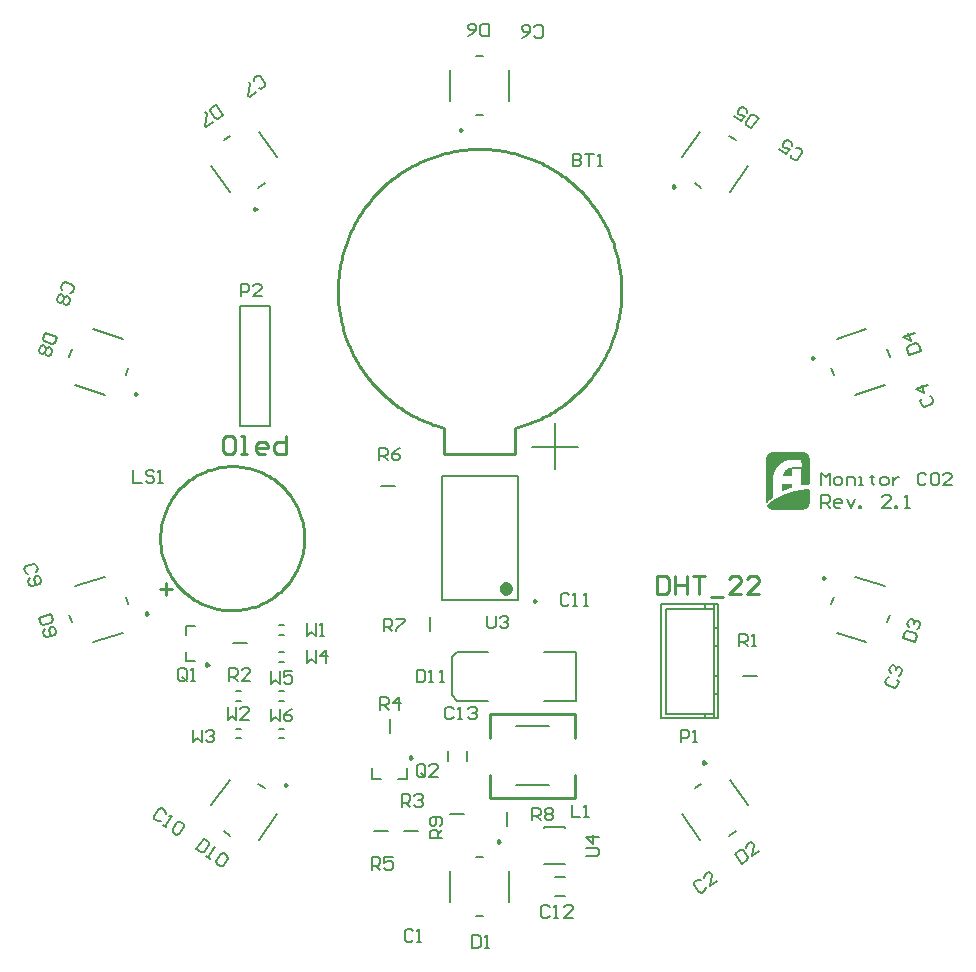
<source format=gto>
G04 Layer_Color=65535*
%FSLAX25Y25*%
%MOIN*%
G70*
G01*
G75*
%ADD31C,0.01000*%
%ADD47C,0.00984*%
%ADD48C,0.02362*%
%ADD49C,0.00394*%
%ADD50C,0.00787*%
%ADD51C,0.00800*%
%ADD52C,0.00790*%
%ADD53C,0.00700*%
G36*
X109595Y-1227D02*
X109768D01*
Y-1285D01*
X109884D01*
Y-1343D01*
X109942D01*
Y-1401D01*
Y-1459D01*
X110000D01*
Y-1517D01*
Y-1575D01*
Y-1633D01*
Y-1691D01*
Y-1749D01*
Y-1806D01*
Y-1864D01*
Y-1922D01*
Y-1980D01*
Y-2038D01*
Y-2096D01*
Y-2154D01*
Y-2212D01*
Y-2270D01*
Y-2328D01*
Y-2386D01*
Y-2444D01*
Y-2502D01*
Y-2560D01*
Y-2617D01*
Y-2675D01*
Y-2733D01*
Y-2791D01*
Y-2849D01*
Y-2907D01*
Y-2965D01*
Y-3023D01*
Y-3081D01*
Y-3139D01*
Y-3197D01*
Y-3255D01*
Y-3312D01*
Y-3370D01*
Y-3428D01*
Y-3486D01*
Y-3544D01*
Y-3602D01*
Y-3660D01*
Y-3718D01*
Y-3776D01*
Y-3834D01*
Y-3892D01*
Y-3950D01*
Y-4008D01*
Y-4066D01*
Y-4123D01*
Y-4181D01*
Y-4239D01*
Y-4297D01*
Y-4355D01*
Y-4413D01*
Y-4471D01*
Y-4529D01*
Y-4587D01*
Y-4645D01*
Y-4703D01*
Y-4761D01*
Y-4819D01*
Y-4876D01*
Y-4935D01*
Y-4992D01*
Y-5050D01*
Y-5108D01*
Y-5166D01*
Y-5224D01*
Y-5282D01*
Y-5340D01*
Y-5398D01*
Y-5456D01*
Y-5514D01*
Y-5572D01*
Y-5630D01*
Y-5688D01*
Y-5745D01*
Y-5803D01*
Y-5861D01*
Y-5919D01*
Y-5977D01*
Y-6035D01*
Y-6093D01*
X109942D01*
Y-6151D01*
Y-6209D01*
Y-6267D01*
Y-6325D01*
X109884D01*
Y-6383D01*
Y-6441D01*
X109826D01*
Y-6498D01*
Y-6556D01*
Y-6614D01*
X109768D01*
Y-6672D01*
Y-6730D01*
X109710D01*
Y-6788D01*
X109652D01*
Y-6846D01*
Y-6904D01*
X109595D01*
Y-6962D01*
X109537D01*
Y-7020D01*
Y-7078D01*
X109479D01*
Y-7136D01*
X109421D01*
Y-7194D01*
X109363D01*
Y-7252D01*
X109305D01*
Y-7310D01*
X109247D01*
Y-7367D01*
X109189D01*
Y-7425D01*
X109131D01*
Y-7483D01*
X109073D01*
Y-7541D01*
X108957D01*
Y-7599D01*
X108899D01*
Y-7657D01*
X108783D01*
Y-7715D01*
X108668D01*
Y-7773D01*
X108552D01*
Y-7831D01*
X108436D01*
Y-7889D01*
X108262D01*
Y-7947D01*
X107973D01*
Y-8005D01*
X97488D01*
Y-7947D01*
X97198D01*
Y-7889D01*
X97024D01*
Y-7831D01*
X96851D01*
Y-7773D01*
X96735D01*
Y-7715D01*
X96619D01*
Y-7657D01*
X96561D01*
Y-7599D01*
X96445D01*
Y-7541D01*
X96387D01*
Y-7483D01*
X96329D01*
Y-7425D01*
X96271D01*
Y-7367D01*
X96213D01*
Y-7310D01*
X96155D01*
Y-7252D01*
X96097D01*
Y-7194D01*
X96039D01*
Y-7136D01*
Y-7078D01*
X95982D01*
Y-7020D01*
X95924D01*
Y-6962D01*
Y-6904D01*
X95866D01*
Y-6846D01*
Y-6788D01*
X95808D01*
Y-6730D01*
Y-6672D01*
Y-6614D01*
Y-6556D01*
Y-6498D01*
X95866D01*
Y-6441D01*
Y-6383D01*
Y-6325D01*
X95924D01*
Y-6267D01*
X95982D01*
Y-6209D01*
X96039D01*
Y-6151D01*
X96097D01*
Y-6093D01*
X96155D01*
Y-6035D01*
X96213D01*
Y-5977D01*
X96271D01*
Y-5919D01*
X96387D01*
Y-5861D01*
X96445D01*
Y-5803D01*
X96503D01*
Y-5745D01*
X96561D01*
Y-5688D01*
X96619D01*
Y-5630D01*
X96735D01*
Y-5572D01*
X96793D01*
Y-5514D01*
X96851D01*
Y-5456D01*
X96966D01*
Y-5398D01*
X97024D01*
Y-5340D01*
X97082D01*
Y-5282D01*
X97198D01*
Y-5224D01*
X97256D01*
Y-5166D01*
X97314D01*
Y-5108D01*
X97430D01*
Y-5050D01*
X97488D01*
Y-4992D01*
X97604D01*
Y-4935D01*
X97662D01*
Y-4876D01*
X97777D01*
Y-4819D01*
X97835D01*
Y-4761D01*
X97951D01*
Y-4703D01*
X98067D01*
Y-4645D01*
X98125D01*
Y-4587D01*
X98241D01*
Y-4529D01*
X98299D01*
Y-4471D01*
X98415D01*
Y-4413D01*
X98530D01*
Y-4355D01*
X98588D01*
Y-4297D01*
X98704D01*
Y-4239D01*
X98820D01*
Y-4181D01*
X98936D01*
Y-4123D01*
X99052D01*
Y-4066D01*
X99110D01*
Y-4008D01*
X99225D01*
Y-3950D01*
X99341D01*
Y-3892D01*
X99457D01*
Y-3834D01*
X99573D01*
Y-3776D01*
X99689D01*
Y-3718D01*
X99805D01*
Y-3660D01*
X99921D01*
Y-3602D01*
X100037D01*
Y-3544D01*
X100152D01*
Y-3486D01*
X100268D01*
Y-3428D01*
X100384D01*
Y-3370D01*
X100500D01*
Y-3312D01*
X100616D01*
Y-3255D01*
X100790D01*
Y-3197D01*
X100905D01*
Y-3139D01*
X101021D01*
Y-3081D01*
X101195D01*
Y-3023D01*
X101311D01*
Y-2965D01*
X101427D01*
Y-2907D01*
X101601D01*
Y-2849D01*
X101716D01*
Y-2791D01*
X101890D01*
Y-2733D01*
X102006D01*
Y-2675D01*
X102180D01*
Y-2617D01*
X102354D01*
Y-2560D01*
X102527D01*
Y-2502D01*
X102643D01*
Y-2444D01*
X102817D01*
Y-2386D01*
X102991D01*
Y-2328D01*
X103165D01*
Y-2270D01*
X103338D01*
Y-2212D01*
X103570D01*
Y-2154D01*
X103744D01*
Y-2096D01*
X103918D01*
Y-2038D01*
X104149D01*
Y-1980D01*
X104381D01*
Y-1922D01*
X104555D01*
Y-1864D01*
X104787D01*
Y-1806D01*
X105018D01*
Y-1749D01*
X105308D01*
Y-1691D01*
X105540D01*
Y-1633D01*
X105829D01*
Y-1575D01*
X106119D01*
Y-1517D01*
X106466D01*
Y-1459D01*
X106814D01*
Y-1401D01*
X107220D01*
Y-1343D01*
X107625D01*
Y-1285D01*
X108204D01*
Y-1227D01*
X109073D01*
Y-1169D01*
X109595D01*
Y-1227D01*
D02*
G37*
G36*
X104034Y685D02*
Y627D01*
Y569D01*
Y511D01*
Y453D01*
Y395D01*
Y337D01*
Y279D01*
Y221D01*
Y163D01*
Y105D01*
Y47D01*
Y-11D01*
Y-69D01*
Y-126D01*
Y-184D01*
Y-242D01*
Y-300D01*
Y-358D01*
Y-416D01*
Y-474D01*
Y-532D01*
Y-590D01*
X103976D01*
Y-648D01*
X103802D01*
Y-706D01*
X103628D01*
Y-764D01*
X103454D01*
Y-822D01*
X103280D01*
Y-880D01*
X103107D01*
Y-938D01*
X102991D01*
Y-995D01*
X102817D01*
Y-1053D01*
X102701D01*
Y-1111D01*
X102527D01*
Y-1169D01*
X102411D01*
Y-1227D01*
X102296D01*
Y-1285D01*
X102122D01*
Y-1343D01*
X102006D01*
Y-1401D01*
X101890D01*
Y-1459D01*
X101774D01*
Y-1517D01*
X101601D01*
Y-1575D01*
X101485D01*
Y-1633D01*
X101369D01*
Y-1691D01*
X101253D01*
Y-1749D01*
X101137D01*
Y-1806D01*
X101021D01*
Y-1864D01*
X100905D01*
Y-1922D01*
X100847D01*
Y-1980D01*
X100790D01*
Y-1922D01*
Y-1864D01*
Y-1806D01*
Y-1749D01*
Y-1691D01*
Y-1633D01*
Y-1575D01*
Y-1517D01*
Y-1459D01*
Y-1401D01*
Y-1343D01*
Y-1285D01*
Y-1227D01*
Y-1169D01*
Y-1111D01*
Y-1053D01*
Y-995D01*
Y-938D01*
Y-880D01*
Y-822D01*
Y-764D01*
Y-706D01*
Y-648D01*
Y-590D01*
Y-532D01*
Y-474D01*
Y-416D01*
Y-358D01*
Y-300D01*
Y-242D01*
Y-184D01*
Y-126D01*
Y-69D01*
Y-11D01*
Y47D01*
Y105D01*
Y163D01*
Y221D01*
Y279D01*
Y337D01*
Y395D01*
Y453D01*
Y511D01*
Y569D01*
Y627D01*
Y685D01*
Y742D01*
X104034D01*
Y685D01*
D02*
G37*
G36*
X107915Y11169D02*
X108204D01*
Y11111D01*
X108378D01*
Y11054D01*
X108552D01*
Y10995D01*
X108668D01*
Y10938D01*
X108783D01*
Y10880D01*
X108899D01*
Y10822D01*
X108957D01*
Y10764D01*
X109073D01*
Y10706D01*
X109131D01*
Y10648D01*
X109189D01*
Y10590D01*
X109247D01*
Y10532D01*
X109305D01*
Y10474D01*
X109363D01*
Y10416D01*
X109421D01*
Y10358D01*
X109479D01*
Y10300D01*
X109537D01*
Y10243D01*
Y10185D01*
X109595D01*
Y10127D01*
X109652D01*
Y10069D01*
Y10011D01*
X109710D01*
Y9953D01*
X109768D01*
Y9895D01*
Y9837D01*
X109826D01*
Y9779D01*
Y9721D01*
Y9663D01*
X109884D01*
Y9605D01*
Y9547D01*
X109942D01*
Y9489D01*
Y9431D01*
Y9374D01*
Y9316D01*
X110000D01*
Y9258D01*
Y9200D01*
Y9142D01*
Y9084D01*
Y9026D01*
Y8968D01*
Y8910D01*
Y8852D01*
Y8794D01*
Y8736D01*
Y8678D01*
Y8620D01*
Y8563D01*
Y8505D01*
Y8447D01*
Y8389D01*
Y8331D01*
Y8273D01*
Y8215D01*
Y8157D01*
Y8099D01*
Y8041D01*
Y7983D01*
Y7925D01*
Y7868D01*
Y7809D01*
Y7752D01*
Y7694D01*
Y7636D01*
Y7578D01*
Y7520D01*
Y7462D01*
Y7404D01*
Y7346D01*
Y7288D01*
Y7230D01*
Y7172D01*
Y7114D01*
Y7057D01*
Y6999D01*
Y6941D01*
Y6883D01*
Y6825D01*
Y6767D01*
Y6709D01*
Y6651D01*
Y6593D01*
Y6535D01*
Y6477D01*
Y6419D01*
Y6361D01*
Y6303D01*
Y6245D01*
Y6188D01*
Y6130D01*
Y6072D01*
Y6014D01*
Y5956D01*
Y5898D01*
Y5840D01*
Y5782D01*
Y5724D01*
Y5666D01*
Y5608D01*
Y5550D01*
Y5492D01*
Y5435D01*
Y5377D01*
Y5319D01*
Y5261D01*
Y5203D01*
Y5145D01*
Y5087D01*
Y5029D01*
Y4971D01*
Y4913D01*
Y4855D01*
Y4797D01*
Y4739D01*
Y4682D01*
Y4623D01*
Y4566D01*
Y4508D01*
Y4450D01*
Y4392D01*
Y4334D01*
Y4276D01*
Y4218D01*
Y4160D01*
Y4102D01*
Y4044D01*
Y3986D01*
Y3928D01*
Y3870D01*
Y3813D01*
Y3755D01*
Y3697D01*
Y3639D01*
Y3581D01*
Y3523D01*
Y3465D01*
Y3407D01*
Y3349D01*
Y3291D01*
Y3233D01*
Y3175D01*
Y3117D01*
Y3060D01*
Y3002D01*
Y2944D01*
Y2886D01*
Y2828D01*
Y2770D01*
Y2712D01*
Y2654D01*
Y2596D01*
Y2538D01*
Y2480D01*
Y2422D01*
Y2364D01*
Y2306D01*
Y2248D01*
Y2191D01*
Y2133D01*
Y2075D01*
Y2017D01*
Y1959D01*
Y1901D01*
Y1843D01*
Y1785D01*
Y1727D01*
Y1669D01*
Y1611D01*
Y1553D01*
Y1496D01*
Y1438D01*
Y1380D01*
Y1322D01*
Y1264D01*
Y1206D01*
Y1148D01*
Y1090D01*
Y1032D01*
Y974D01*
Y916D01*
Y858D01*
Y800D01*
Y742D01*
Y685D01*
Y627D01*
Y569D01*
Y511D01*
X109942D01*
Y453D01*
Y395D01*
X109826D01*
Y337D01*
X109073D01*
Y279D01*
X108204D01*
Y221D01*
X107683D01*
Y163D01*
X107220D01*
Y105D01*
X107162D01*
Y163D01*
Y221D01*
Y279D01*
Y337D01*
Y395D01*
Y453D01*
Y511D01*
Y569D01*
Y627D01*
Y685D01*
Y742D01*
Y800D01*
Y858D01*
Y916D01*
Y974D01*
Y1032D01*
Y1090D01*
Y1148D01*
Y1206D01*
Y1264D01*
Y1322D01*
Y1380D01*
Y1438D01*
Y1496D01*
Y1553D01*
Y1611D01*
Y1669D01*
Y1727D01*
Y1785D01*
Y1843D01*
Y1901D01*
Y1959D01*
Y2017D01*
Y2075D01*
Y2133D01*
Y2191D01*
Y2248D01*
Y2306D01*
Y2364D01*
Y2422D01*
Y2480D01*
Y2538D01*
Y2596D01*
Y2654D01*
Y2712D01*
Y2770D01*
Y2828D01*
Y2886D01*
Y2944D01*
Y3002D01*
Y3060D01*
Y3117D01*
Y3175D01*
Y3233D01*
Y3291D01*
Y3349D01*
Y3407D01*
Y3465D01*
Y3523D01*
Y3581D01*
Y3639D01*
Y3697D01*
Y3755D01*
Y3813D01*
Y3870D01*
Y3928D01*
Y3986D01*
Y4044D01*
Y4102D01*
Y4160D01*
Y4218D01*
Y4276D01*
Y4334D01*
Y4392D01*
Y4450D01*
Y4508D01*
Y4566D01*
Y4623D01*
Y4682D01*
Y4739D01*
Y4797D01*
Y4855D01*
Y4913D01*
Y4971D01*
Y5029D01*
Y5087D01*
Y5145D01*
Y5203D01*
Y5261D01*
Y5319D01*
Y5377D01*
Y5435D01*
Y5492D01*
X104034D01*
Y5435D01*
Y5377D01*
Y5319D01*
Y5261D01*
Y5203D01*
Y5145D01*
Y5087D01*
Y5029D01*
Y4971D01*
Y4913D01*
Y4855D01*
Y4797D01*
Y4739D01*
Y4682D01*
Y4623D01*
Y4566D01*
Y4508D01*
Y4450D01*
Y4392D01*
Y4334D01*
Y4276D01*
Y4218D01*
Y4160D01*
Y4102D01*
Y4044D01*
Y3986D01*
Y3928D01*
Y3870D01*
Y3813D01*
Y3755D01*
Y3697D01*
Y3639D01*
Y3581D01*
Y3523D01*
Y3465D01*
Y3407D01*
X101079D01*
Y3465D01*
Y3523D01*
Y3581D01*
X101137D01*
Y3639D01*
Y3697D01*
Y3755D01*
X101195D01*
Y3813D01*
Y3870D01*
Y3928D01*
X101253D01*
Y3986D01*
Y4044D01*
X101311D01*
Y4102D01*
Y4160D01*
X101369D01*
Y4218D01*
Y4276D01*
X101427D01*
Y4334D01*
Y4392D01*
X101485D01*
Y4450D01*
Y4508D01*
X101543D01*
Y4566D01*
Y4623D01*
X101601D01*
Y4682D01*
X101658D01*
Y4739D01*
Y4797D01*
X101716D01*
Y4855D01*
X101774D01*
Y4913D01*
X101832D01*
Y4971D01*
Y5029D01*
X101890D01*
Y5087D01*
X101948D01*
Y5145D01*
X102006D01*
Y5203D01*
X102064D01*
Y5261D01*
X102122D01*
Y5319D01*
X102180D01*
Y5377D01*
X102296D01*
Y5435D01*
X102354D01*
Y5492D01*
X102411D01*
Y5550D01*
X102527D01*
Y5608D01*
X102585D01*
Y5666D01*
X102701D01*
Y5724D01*
X102817D01*
Y5782D01*
X102933D01*
Y5840D01*
X103049D01*
Y5898D01*
X103165D01*
Y5956D01*
X103396D01*
Y6014D01*
X103686D01*
Y6072D01*
X104149D01*
Y6130D01*
X105018D01*
Y6188D01*
X106409D01*
Y6130D01*
X107451D01*
Y6188D01*
Y6245D01*
Y6303D01*
Y6361D01*
Y6419D01*
Y6477D01*
X107393D01*
Y6535D01*
Y6593D01*
Y6651D01*
Y6709D01*
Y6767D01*
Y6825D01*
Y6883D01*
Y6941D01*
X107335D01*
Y6999D01*
Y7057D01*
Y7114D01*
Y7172D01*
Y7230D01*
Y7288D01*
Y7346D01*
Y7404D01*
Y7462D01*
X107277D01*
Y7520D01*
Y7578D01*
Y7636D01*
Y7694D01*
Y7752D01*
Y7809D01*
Y7868D01*
Y7925D01*
X107220D01*
Y7983D01*
Y8041D01*
Y8099D01*
Y8157D01*
Y8215D01*
Y8273D01*
Y8331D01*
Y8389D01*
Y8447D01*
X107162D01*
Y8505D01*
Y8563D01*
Y8620D01*
Y8678D01*
Y8736D01*
X104439D01*
Y8678D01*
X103744D01*
Y8620D01*
X103280D01*
Y8563D01*
X102933D01*
Y8505D01*
X102701D01*
Y8447D01*
X102527D01*
Y8389D01*
X102354D01*
Y8331D01*
X102180D01*
Y8273D01*
X102064D01*
Y8215D01*
X101890D01*
Y8157D01*
X101774D01*
Y8099D01*
X101601D01*
Y8041D01*
X101427D01*
Y7983D01*
X101311D01*
Y7925D01*
X101195D01*
Y7868D01*
X101079D01*
Y7809D01*
X101021D01*
Y7752D01*
X100905D01*
Y7694D01*
X100790D01*
Y7636D01*
X100732D01*
Y7578D01*
X100616D01*
Y7520D01*
X100558D01*
Y7462D01*
X100442D01*
Y7404D01*
X100384D01*
Y7346D01*
X100268D01*
Y7288D01*
X100210D01*
Y7230D01*
X100152D01*
Y7172D01*
X100094D01*
Y7114D01*
X99979D01*
Y7057D01*
X99921D01*
Y6999D01*
X99863D01*
Y6941D01*
X99805D01*
Y6883D01*
X99747D01*
Y6825D01*
X99689D01*
Y6767D01*
X99631D01*
Y6709D01*
X99573D01*
Y6651D01*
X99515D01*
Y6593D01*
X99457D01*
Y6535D01*
X99399D01*
Y6477D01*
X99341D01*
Y6419D01*
X99283D01*
Y6361D01*
Y6303D01*
X99225D01*
Y6245D01*
X99168D01*
Y6188D01*
X99110D01*
Y6130D01*
X99052D01*
Y6072D01*
Y6014D01*
X98994D01*
Y5956D01*
X98936D01*
Y5898D01*
Y5840D01*
X98878D01*
Y5782D01*
X98820D01*
Y5724D01*
Y5666D01*
X98762D01*
Y5608D01*
X98704D01*
Y5550D01*
Y5492D01*
X98646D01*
Y5435D01*
Y5377D01*
X98588D01*
Y5319D01*
Y5261D01*
X98530D01*
Y5203D01*
Y5145D01*
X98472D01*
Y5087D01*
Y5029D01*
X98415D01*
Y4971D01*
Y4913D01*
X98357D01*
Y4855D01*
Y4797D01*
X98299D01*
Y4739D01*
Y4682D01*
Y4623D01*
X98241D01*
Y4566D01*
Y4508D01*
X98183D01*
Y4450D01*
Y4392D01*
Y4334D01*
X98125D01*
Y4276D01*
Y4218D01*
Y4160D01*
X98067D01*
Y4102D01*
Y4044D01*
Y3986D01*
Y3928D01*
X98009D01*
Y3870D01*
Y3813D01*
Y3755D01*
X97951D01*
Y3697D01*
Y3639D01*
Y3581D01*
Y3523D01*
X97893D01*
Y3465D01*
Y3407D01*
Y3349D01*
Y3291D01*
Y3233D01*
X97835D01*
Y3175D01*
Y3117D01*
Y3060D01*
Y3002D01*
Y2944D01*
X97777D01*
Y2886D01*
Y2828D01*
Y2770D01*
Y2712D01*
Y2654D01*
Y2596D01*
X97719D01*
Y2538D01*
Y2480D01*
Y2422D01*
Y2364D01*
Y2306D01*
Y2248D01*
Y2191D01*
Y2133D01*
X97662D01*
Y2075D01*
Y2017D01*
Y1959D01*
Y1901D01*
Y1843D01*
Y1785D01*
Y1727D01*
Y1669D01*
Y1611D01*
Y1553D01*
Y1496D01*
Y1438D01*
Y1380D01*
Y1322D01*
Y1264D01*
Y1206D01*
Y1148D01*
Y1090D01*
Y1032D01*
Y974D01*
Y916D01*
Y858D01*
Y800D01*
Y742D01*
Y685D01*
Y627D01*
Y569D01*
Y511D01*
Y453D01*
Y395D01*
Y337D01*
Y279D01*
Y221D01*
Y163D01*
Y105D01*
Y47D01*
Y-11D01*
Y-69D01*
Y-126D01*
Y-184D01*
Y-242D01*
Y-300D01*
Y-358D01*
Y-416D01*
Y-474D01*
Y-532D01*
Y-590D01*
Y-648D01*
Y-706D01*
Y-764D01*
Y-822D01*
Y-880D01*
Y-938D01*
Y-995D01*
Y-1053D01*
Y-1111D01*
Y-1169D01*
Y-1227D01*
Y-1285D01*
Y-1343D01*
Y-1401D01*
Y-1459D01*
Y-1517D01*
Y-1575D01*
Y-1633D01*
Y-1691D01*
Y-1749D01*
Y-1806D01*
Y-1864D01*
Y-1922D01*
Y-1980D01*
Y-2038D01*
Y-2096D01*
Y-2154D01*
Y-2212D01*
Y-2270D01*
Y-2328D01*
Y-2386D01*
Y-2444D01*
Y-2502D01*
Y-2560D01*
Y-2617D01*
Y-2675D01*
Y-2733D01*
Y-2791D01*
Y-2849D01*
Y-2907D01*
Y-2965D01*
Y-3023D01*
Y-3081D01*
Y-3139D01*
Y-3197D01*
Y-3255D01*
Y-3312D01*
Y-3370D01*
Y-3428D01*
Y-3486D01*
Y-3544D01*
Y-3602D01*
Y-3660D01*
Y-3718D01*
Y-3776D01*
Y-3834D01*
Y-3892D01*
Y-3950D01*
Y-4008D01*
Y-4066D01*
X97604D01*
Y-4123D01*
X97546D01*
Y-4181D01*
X97488D01*
Y-4239D01*
X97372D01*
Y-4297D01*
X97314D01*
Y-4355D01*
X97256D01*
Y-4413D01*
X97198D01*
Y-4471D01*
X97140D01*
Y-4529D01*
X97024D01*
Y-4587D01*
X96966D01*
Y-4645D01*
X96908D01*
Y-4703D01*
X96851D01*
Y-4761D01*
X96793D01*
Y-4819D01*
X96677D01*
Y-4876D01*
X96619D01*
Y-4935D01*
X96561D01*
Y-4992D01*
X96503D01*
Y-5050D01*
X96445D01*
Y-5108D01*
X96387D01*
Y-5166D01*
X96329D01*
Y-5224D01*
X96271D01*
Y-5282D01*
X96213D01*
Y-5340D01*
X96155D01*
Y-5398D01*
X96097D01*
Y-5456D01*
X96039D01*
Y-5514D01*
X95982D01*
Y-5572D01*
Y-5630D01*
X95924D01*
Y-5688D01*
X95808D01*
Y-5745D01*
X95576D01*
Y-5688D01*
X95518D01*
Y-5630D01*
X95460D01*
Y-5572D01*
Y-5514D01*
Y-5456D01*
Y-5398D01*
Y-5340D01*
Y-5282D01*
Y-5224D01*
Y-5166D01*
Y-5108D01*
Y-5050D01*
Y-4992D01*
Y-4935D01*
Y-4876D01*
Y-4819D01*
Y-4761D01*
Y-4703D01*
Y-4645D01*
Y-4587D01*
Y-4529D01*
Y-4471D01*
Y-4413D01*
Y-4355D01*
Y-4297D01*
Y-4239D01*
Y-4181D01*
Y-4123D01*
Y-4066D01*
Y-4008D01*
Y-3950D01*
Y-3892D01*
Y-3834D01*
Y-3776D01*
Y-3718D01*
Y-3660D01*
Y-3602D01*
Y-3544D01*
Y-3486D01*
Y-3428D01*
Y-3370D01*
Y-3312D01*
Y-3255D01*
Y-3197D01*
Y-3139D01*
Y-3081D01*
Y-3023D01*
Y-2965D01*
Y-2907D01*
Y-2849D01*
Y-2791D01*
Y-2733D01*
Y-2675D01*
Y-2617D01*
Y-2560D01*
Y-2502D01*
Y-2444D01*
Y-2386D01*
Y-2328D01*
Y-2270D01*
Y-2212D01*
Y-2154D01*
Y-2096D01*
Y-2038D01*
Y-1980D01*
Y-1922D01*
Y-1864D01*
Y-1806D01*
Y-1749D01*
Y-1691D01*
Y-1633D01*
Y-1575D01*
Y-1517D01*
Y-1459D01*
Y-1401D01*
Y-1343D01*
Y-1285D01*
Y-1227D01*
Y-1169D01*
Y-1111D01*
Y-1053D01*
Y-995D01*
Y-938D01*
Y-880D01*
Y-822D01*
Y-764D01*
Y-706D01*
Y-648D01*
Y-590D01*
Y-532D01*
Y-474D01*
Y-416D01*
Y-358D01*
Y-300D01*
Y-242D01*
Y-184D01*
Y-126D01*
Y-69D01*
Y-11D01*
Y47D01*
Y105D01*
Y163D01*
Y221D01*
Y279D01*
Y337D01*
Y395D01*
Y453D01*
Y511D01*
Y569D01*
Y627D01*
Y685D01*
Y742D01*
Y800D01*
Y858D01*
Y916D01*
Y974D01*
Y1032D01*
Y1090D01*
Y1148D01*
Y1206D01*
Y1264D01*
Y1322D01*
Y1380D01*
Y1438D01*
Y1496D01*
Y1553D01*
Y1611D01*
Y1669D01*
Y1727D01*
Y1785D01*
Y1843D01*
Y1901D01*
Y1959D01*
Y2017D01*
Y2075D01*
Y2133D01*
Y2191D01*
Y2248D01*
Y2306D01*
Y2364D01*
Y2422D01*
Y2480D01*
Y2538D01*
Y2596D01*
Y2654D01*
Y2712D01*
Y2770D01*
Y2828D01*
Y2886D01*
Y2944D01*
Y3002D01*
Y3060D01*
Y3117D01*
Y3175D01*
Y3233D01*
Y3291D01*
Y3349D01*
Y3407D01*
Y3465D01*
Y3523D01*
Y3581D01*
Y3639D01*
Y3697D01*
Y3755D01*
Y3813D01*
Y3870D01*
Y3928D01*
Y3986D01*
Y4044D01*
Y4102D01*
Y4160D01*
Y4218D01*
Y4276D01*
Y4334D01*
Y4392D01*
Y4450D01*
Y4508D01*
Y4566D01*
Y4623D01*
Y4682D01*
Y4739D01*
Y4797D01*
Y4855D01*
Y4913D01*
Y4971D01*
Y5029D01*
Y5087D01*
Y5145D01*
Y5203D01*
Y5261D01*
Y5319D01*
Y5377D01*
Y5435D01*
Y5492D01*
Y5550D01*
Y5608D01*
Y5666D01*
Y5724D01*
Y5782D01*
Y5840D01*
Y5898D01*
Y5956D01*
Y6014D01*
Y6072D01*
Y6130D01*
Y6188D01*
Y6245D01*
Y6303D01*
Y6361D01*
Y6419D01*
Y6477D01*
Y6535D01*
Y6593D01*
Y6651D01*
Y6709D01*
Y6767D01*
Y6825D01*
Y6883D01*
Y6941D01*
Y6999D01*
Y7057D01*
Y7114D01*
Y7172D01*
Y7230D01*
Y7288D01*
Y7346D01*
Y7404D01*
Y7462D01*
Y7520D01*
Y7578D01*
Y7636D01*
Y7694D01*
Y7752D01*
Y7809D01*
Y7868D01*
Y7925D01*
Y7983D01*
Y8041D01*
Y8099D01*
Y8157D01*
Y8215D01*
Y8273D01*
Y8331D01*
Y8389D01*
Y8447D01*
Y8505D01*
Y8563D01*
Y8620D01*
Y8678D01*
Y8736D01*
Y8794D01*
Y8852D01*
Y8910D01*
Y8968D01*
Y9026D01*
X95518D01*
Y9084D01*
Y9142D01*
Y9200D01*
Y9258D01*
Y9316D01*
Y9374D01*
X95576D01*
Y9431D01*
Y9489D01*
Y9547D01*
X95634D01*
Y9605D01*
Y9663D01*
Y9721D01*
X95692D01*
Y9779D01*
Y9837D01*
X95750D01*
Y9895D01*
Y9953D01*
X95808D01*
Y10011D01*
Y10069D01*
X95866D01*
Y10127D01*
X95924D01*
Y10185D01*
Y10243D01*
X95982D01*
Y10300D01*
X96039D01*
Y10358D01*
X96097D01*
Y10416D01*
X96155D01*
Y10474D01*
X96213D01*
Y10532D01*
X96271D01*
Y10590D01*
X96329D01*
Y10648D01*
X96387D01*
Y10706D01*
X96445D01*
Y10764D01*
X96561D01*
Y10822D01*
X96619D01*
Y10880D01*
X96735D01*
Y10938D01*
X96851D01*
Y10995D01*
X96966D01*
Y11054D01*
X97082D01*
Y11111D01*
X97256D01*
Y11169D01*
X97546D01*
Y11227D01*
X107915D01*
Y11169D01*
D02*
G37*
G54D31*
X11925Y19286D02*
X12890Y19548D01*
X13848Y19831D01*
X14800Y20134D01*
X15746Y20457D01*
X16685Y20800D01*
X17616Y21163D01*
X18539Y21545D01*
X19454Y21947D01*
X20360Y22368D01*
X21257Y22808D01*
X22145Y23268D01*
X23023Y23745D01*
X23890Y24241D01*
X24747Y24756D01*
X25592Y25288D01*
X26427Y25838D01*
X27249Y26406D01*
X28059Y26991D01*
X28857Y27593D01*
X29642Y28212D01*
X30413Y28847D01*
X31171Y29498D01*
X31915Y30166D01*
X32645Y30848D01*
X33360Y31547D01*
X34060Y32260D01*
X34745Y32987D01*
X35414Y33729D01*
X36067Y34485D01*
X36705Y35255D01*
X37326Y36038D01*
X37930Y36834D01*
X38517Y37642D01*
X39087Y38463D01*
X39640Y39296D01*
X40174Y40140D01*
X40691Y40995D01*
X41190Y41861D01*
X41670Y42738D01*
X42132Y43624D01*
X42574Y44520D01*
X42998Y45425D01*
X43402Y46339D01*
X43787Y47261D01*
X44153Y48191D01*
X44498Y49129D01*
X44824Y50074D01*
X45130Y51025D01*
X45415Y51983D01*
X45680Y52946D01*
X45925Y53915D01*
X46149Y54889D01*
X46353Y55867D01*
X46536Y56850D01*
X46698Y57836D01*
X46839Y58825D01*
X46959Y59817D01*
X47058Y60812D01*
X47136Y61808D01*
X47193Y62805D01*
X47229Y63804D01*
X47244Y64803D01*
X47237Y65803D01*
X47210Y66802D01*
X47161Y67800D01*
X47091Y68796D01*
X47001Y69792D01*
X46889Y70785D01*
X46756Y71775D01*
X46602Y72763D01*
X46427Y73747D01*
X46232Y74726D01*
X46016Y75702D01*
X45779Y76673D01*
X45522Y77639D01*
X45245Y78599D01*
X44947Y79553D01*
X44629Y80500D01*
X44291Y81441D01*
X43934Y82374D01*
X43556Y83299D01*
X43159Y84216D01*
X42743Y85125D01*
X42308Y86024D01*
X41854Y86914D01*
X41381Y87795D01*
X40890Y88665D01*
X40380Y89525D01*
X39852Y90373D01*
X39307Y91210D01*
X38744Y92036D01*
X38163Y92849D01*
X37566Y93650D01*
X36951Y94438D01*
X36320Y95213D01*
X35673Y95975D01*
X35010Y96722D01*
X34331Y97456D01*
X33637Y98175D01*
X32928Y98879D01*
X32204Y99568D01*
X31466Y100241D01*
X30713Y100899D01*
X29947Y101540D01*
X29168Y102165D01*
X28375Y102774D01*
X27570Y103366D01*
X26752Y103940D01*
X25922Y104497D01*
X25081Y105037D01*
X24229Y105558D01*
X23366Y106062D01*
X22492Y106547D01*
X21608Y107013D01*
X20715Y107461D01*
X19812Y107889D01*
X18900Y108299D01*
X17980Y108689D01*
X17052Y109059D01*
X16116Y109410D01*
X15173Y109741D01*
X14224Y110052D01*
X13268Y110343D01*
X12306Y110613D01*
X11338Y110863D01*
X10366Y111093D01*
X9388Y111302D01*
X8407Y111490D01*
X7422Y111658D01*
X6433Y111804D01*
X5442Y111930D01*
X4448Y112034D01*
X3452Y112118D01*
X2455Y112180D01*
X1457Y112222D01*
X457Y112242D01*
X-542Y112241D01*
X-1541Y112219D01*
X-2539Y112176D01*
X-3537Y112111D01*
X-4532Y112026D01*
X-5526Y111920D01*
X-6517Y111792D01*
X-7505Y111644D01*
X-8490Y111475D01*
X-9471Y111285D01*
X-10448Y111074D01*
X-11420Y110843D01*
X-12387Y110591D01*
X-13349Y110319D01*
X-14304Y110027D01*
X-15254Y109714D01*
X-16196Y109381D01*
X-17131Y109029D01*
X-18058Y108657D01*
X-18978Y108265D01*
X-19889Y107854D01*
X-20790Y107424D01*
X-21683Y106974D01*
X-22566Y106506D01*
X-23439Y106020D01*
X-24301Y105515D01*
X-25153Y104992D01*
X-25993Y104451D01*
X-26822Y103892D01*
X-27638Y103316D01*
X-28442Y102723D01*
X-29234Y102113D01*
X-30012Y101486D01*
X-30777Y100844D01*
X-31529Y100185D01*
X-32266Y99510D01*
X-32989Y98820D01*
X-33696Y98114D01*
X-34389Y97394D01*
X-35067Y96660D01*
X-35728Y95911D01*
X-36374Y95148D01*
X-37004Y94372D01*
X-37617Y93583D01*
X-38213Y92781D01*
X-38792Y91966D01*
X-39354Y91140D01*
X-39898Y90302D01*
X-40424Y89452D01*
X-40932Y88592D01*
X-41422Y87721D01*
X-41893Y86839D01*
X-42346Y85948D01*
X-42779Y85048D01*
X-43194Y84139D01*
X-43589Y83221D01*
X-43965Y82295D01*
X-44321Y81361D01*
X-44657Y80420D01*
X-44973Y79472D01*
X-45269Y78517D01*
X-45545Y77557D01*
X-45800Y76591D01*
X-46035Y75619D01*
X-46249Y74643D01*
X-46443Y73663D01*
X-46616Y72679D01*
X-46768Y71691D01*
X-46899Y70700D01*
X-47009Y69707D01*
X-47098Y68712D01*
X-47166Y67715D01*
X-47213Y66716D01*
X-47239Y65717D01*
X-47243Y64718D01*
X-47227Y63719D01*
X-47189Y62720D01*
X-47130Y61723D01*
X-47050Y60726D01*
X-46949Y59732D01*
X-46828Y58740D01*
X-46685Y57751D01*
X-46521Y56766D01*
X-46336Y55783D01*
X-46131Y54805D01*
X-45905Y53832D01*
X-45659Y52864D01*
X-45392Y51900D01*
X-45105Y50943D01*
X-44797Y49992D01*
X-44470Y49048D01*
X-44122Y48111D01*
X-43755Y47182D01*
X-43369Y46260D01*
X-42962Y45347D01*
X-42537Y44443D01*
X-42093Y43548D01*
X-41630Y42662D01*
X-41148Y41787D01*
X-40648Y40922D01*
X-40129Y40067D01*
X-39593Y39224D01*
X-39039Y38392D01*
X-38467Y37573D01*
X-37879Y36765D01*
X-37273Y35970D01*
X-36650Y35188D01*
X-36012Y34420D01*
X-35357Y33665D01*
X-34686Y32924D01*
X-34000Y32197D01*
X-33299Y31486D01*
X-32582Y30789D01*
X-31851Y30107D01*
X-31106Y29441D01*
X-30347Y28791D01*
X-29574Y28158D01*
X-28789Y27540D01*
X-27990Y26940D01*
X-27179Y26356D01*
X-26355Y25790D01*
X-25520Y25242D01*
X-24673Y24711D01*
X-23816Y24198D01*
X-22947Y23703D01*
X-22069Y23227D01*
X-21180Y22770D01*
X-20282Y22331D01*
X-19375Y21912D01*
X-18459Y21511D01*
X-17535Y21131D01*
X-16603Y20770D01*
X-15664Y20428D01*
X-14718Y20107D01*
X-13765Y19806D01*
X-12806Y19525D01*
X-11842Y19264D01*
X-58500Y-17500D02*
X-58521Y-16502D01*
X-58583Y-15505D01*
X-58687Y-14512D01*
X-58832Y-13524D01*
X-59018Y-12543D01*
X-59244Y-11570D01*
X-59511Y-10608D01*
X-59817Y-9657D01*
X-60163Y-8721D01*
X-60548Y-7799D01*
X-60970Y-6894D01*
X-61430Y-6008D01*
X-61927Y-5142D01*
X-62458Y-4296D01*
X-63025Y-3474D01*
X-63625Y-2676D01*
X-64258Y-1904D01*
X-64923Y-1158D01*
X-65618Y-441D01*
X-66342Y246D01*
X-67094Y903D01*
X-67873Y1528D01*
X-68677Y2120D01*
X-69506Y2678D01*
X-70356Y3201D01*
X-71228Y3688D01*
X-72119Y4139D01*
X-73028Y4552D01*
X-73954Y4927D01*
X-74894Y5263D01*
X-75847Y5560D01*
X-76812Y5816D01*
X-77787Y6033D01*
X-78770Y6208D01*
X-79760Y6343D01*
X-80754Y6436D01*
X-81751Y6488D01*
X-82750Y6499D01*
X-83748Y6468D01*
X-84744Y6395D01*
X-85736Y6281D01*
X-86722Y6126D01*
X-87701Y5930D01*
X-88671Y5693D01*
X-89631Y5416D01*
X-90578Y5100D01*
X-91511Y4744D01*
X-92429Y4350D01*
X-93329Y3918D01*
X-94211Y3449D01*
X-95072Y2944D01*
X-95912Y2403D01*
X-96728Y1828D01*
X-97519Y1219D01*
X-98285Y578D01*
X-99024Y-94D01*
X-99733Y-796D01*
X-100413Y-1528D01*
X-101062Y-2287D01*
X-101679Y-3072D01*
X-102262Y-3882D01*
X-102812Y-4716D01*
X-103326Y-5572D01*
X-103804Y-6449D01*
X-104245Y-7345D01*
X-104649Y-8258D01*
X-105015Y-9187D01*
X-105341Y-10131D01*
X-105628Y-11088D01*
X-105874Y-12055D01*
X-106080Y-13032D01*
X-106246Y-14017D01*
X-106370Y-15008D01*
X-106453Y-16003D01*
X-106495Y-17001D01*
X-106495Y-17999D01*
X-106453Y-18997D01*
X-106370Y-19992D01*
X-106246Y-20983D01*
X-106080Y-21968D01*
X-105874Y-22945D01*
X-105628Y-23912D01*
X-105341Y-24869D01*
X-105014Y-25813D01*
X-104649Y-26742D01*
X-104245Y-27656D01*
X-103804Y-28551D01*
X-103326Y-29428D01*
X-102812Y-30284D01*
X-102262Y-31118D01*
X-101679Y-31928D01*
X-101062Y-32713D01*
X-100413Y-33472D01*
X-99733Y-34204D01*
X-99023Y-34906D01*
X-98285Y-35579D01*
X-97519Y-36219D01*
X-96728Y-36828D01*
X-95911Y-37403D01*
X-95072Y-37944D01*
X-94210Y-38449D01*
X-93329Y-38918D01*
X-92428Y-39350D01*
X-91511Y-39744D01*
X-90578Y-40100D01*
X-89631Y-40416D01*
X-88671Y-40693D01*
X-87701Y-40930D01*
X-86722Y-41126D01*
X-85736Y-41281D01*
X-84744Y-41395D01*
X-83748Y-41467D01*
X-82750Y-41499D01*
X-81751Y-41488D01*
X-80754Y-41436D01*
X-79760Y-41343D01*
X-78770Y-41208D01*
X-77787Y-41033D01*
X-76812Y-40816D01*
X-75847Y-40560D01*
X-74894Y-40263D01*
X-73953Y-39927D01*
X-73028Y-39552D01*
X-72119Y-39139D01*
X-71228Y-38688D01*
X-70356Y-38201D01*
X-69506Y-37678D01*
X-68677Y-37120D01*
X-67873Y-36528D01*
X-67094Y-35903D01*
X-66342Y-35246D01*
X-65618Y-34559D01*
X-64923Y-33842D01*
X-64258Y-33096D01*
X-63625Y-32324D01*
X-63025Y-31526D01*
X-62458Y-30704D01*
X-61927Y-29859D01*
X-61430Y-28992D01*
X-60970Y-28106D01*
X-60548Y-27201D01*
X-60163Y-26279D01*
X-59817Y-25343D01*
X-59511Y-24392D01*
X-59244Y-23430D01*
X-59018Y-22457D01*
X-58832Y-21476D01*
X-58687Y-20488D01*
X-58583Y-19495D01*
X-58521Y-18498D01*
X-58500Y-17500D01*
X-11811Y10669D02*
Y19286D01*
Y10669D02*
X11811D01*
Y19286D01*
X31870Y-84090D02*
Y-76220D01*
X3530D02*
X31870D01*
X3530Y-84090D02*
Y-76220D01*
X31870Y-104170D02*
Y-96300D01*
X3530Y-104170D02*
X31870D01*
X3530D02*
Y-96300D01*
X-82501Y16498D02*
X-84500D01*
X-85500Y15498D01*
Y11500D01*
X-84500Y10500D01*
X-82501D01*
X-81501Y11500D01*
Y15498D01*
X-82501Y16498D01*
X-79502Y10500D02*
X-77503D01*
X-78502D01*
Y16498D01*
X-79502D01*
X-71504Y10500D02*
X-73504D01*
X-74504Y11500D01*
Y13499D01*
X-73504Y14499D01*
X-71504D01*
X-70505Y13499D01*
Y12499D01*
X-74504D01*
X-64507Y16498D02*
Y10500D01*
X-67506D01*
X-68506Y11500D01*
Y13499D01*
X-67506Y14499D01*
X-64507D01*
X59000Y-30002D02*
Y-36000D01*
X61999D01*
X62999Y-35000D01*
Y-31002D01*
X61999Y-30002D01*
X59000D01*
X64998D02*
Y-36000D01*
Y-33001D01*
X68997D01*
Y-30002D01*
Y-36000D01*
X70996Y-30002D02*
X74995D01*
X72996D01*
Y-36000D01*
X76994Y-37000D02*
X80993D01*
X86991Y-36000D02*
X82992D01*
X86991Y-32001D01*
Y-31002D01*
X85991Y-30002D01*
X83992D01*
X82992Y-31002D01*
X92989Y-36000D02*
X88990D01*
X92989Y-32001D01*
Y-31002D01*
X91989Y-30002D01*
X89990D01*
X88990Y-31002D01*
X-102500Y-34499D02*
X-106499D01*
X-104499Y-36498D02*
Y-32500D01*
G54D47*
X18799Y-38346D02*
X18061Y-37920D01*
Y-38773D01*
X18799Y-38346D01*
X-22421Y-90571D02*
X-23159Y-90145D01*
Y-90997D01*
X-22421Y-90571D01*
X-90374Y-59587D02*
X-91112Y-59160D01*
Y-60013D01*
X-90374Y-59587D01*
X6791Y-118638D02*
X6053Y-118211D01*
Y-119064D01*
X6791Y-118638D01*
X75322Y-92277D02*
X74584Y-91851D01*
Y-92703D01*
X75322Y-92277D01*
X115270Y-30670D02*
X114532Y-30244D01*
Y-31096D01*
X115270Y-30670D01*
X111377Y42652D02*
X110638Y43078D01*
Y42226D01*
X111377Y42652D01*
X65130Y99682D02*
X64391Y100109D01*
Y99256D01*
X65130Y99682D01*
X-5807Y118638D02*
X-6545Y119064D01*
Y118211D01*
X-5807Y118638D01*
X-74338Y92277D02*
X-75076Y92703D01*
Y91851D01*
X-74338Y92277D01*
X-114286Y30670D02*
X-115024Y31096D01*
Y30244D01*
X-114286Y30670D01*
X-110392Y-42652D02*
X-111131Y-42226D01*
Y-43078D01*
X-110392Y-42652D01*
X-64145Y-99682D02*
X-64883Y-99256D01*
Y-100109D01*
X-64145Y-99682D01*
G54D48*
X9941Y-34232D02*
X9496Y-33309D01*
X8497Y-33081D01*
X7696Y-33720D01*
Y-34745D01*
X8497Y-35384D01*
X9496Y-35156D01*
X9941Y-34232D01*
G54D49*
X20079Y-113996D02*
D03*
G54D50*
X-81287Y-80925D02*
X-79713D01*
X-81287Y-84075D02*
X-79713D01*
X-66787Y-84075D02*
X-65213D01*
X-66787Y-80925D02*
X-65213D01*
X-66787Y-71575D02*
X-65213D01*
X-66787Y-68425D02*
X-65213D01*
X-81287Y-68425D02*
X-79713D01*
X-81287Y-71575D02*
X-79713D01*
X-66787Y-46425D02*
X-65213D01*
X-66787Y-49575D02*
X-65213D01*
X-66787Y-55425D02*
X-65213D01*
X-66787Y-58575D02*
X-65213D01*
X12697Y-38169D02*
Y3169D01*
X-12697Y-38169D02*
Y3169D01*
Y-38169D02*
X12697D01*
X-12697Y3169D02*
X12697D01*
X-16457Y-48362D02*
Y-43638D01*
X-32862Y0D02*
X-28138D01*
X-10650Y-91575D02*
Y-88425D01*
X-4350Y-91575D02*
Y-88425D01*
X25000Y5500D02*
Y20854D01*
X17500Y13000D02*
X32854D01*
X-35362Y-115043D02*
X-30638D01*
X-30000Y-82362D02*
Y-77638D01*
X-82362Y-52500D02*
X-77638D01*
X87638Y-63500D02*
X92362D01*
X-24094Y-97756D02*
Y-94213D01*
X-27244Y-97756D02*
X-24094D01*
X-35906D02*
Y-94213D01*
Y-97756D02*
X-32756D01*
X-97756Y-58406D02*
X-95000D01*
X-97756D02*
Y-55256D01*
Y-46595D02*
X-95000D01*
X-97756Y-49744D02*
Y-46595D01*
X-80000Y60000D02*
X-70000D01*
Y20000D02*
Y60000D01*
X-80000Y20000D02*
Y60000D01*
Y20000D02*
X-70000D01*
X-9843Y-128284D02*
X-9842Y-138716D01*
X-1280Y-123658D02*
X1280Y-123658D01*
X9843Y-128284D02*
X9843Y-138716D01*
X-1279Y-143342D02*
X1280Y-143342D01*
X67440Y-109569D02*
X73573Y-118009D01*
X71649Y-100793D02*
X73719Y-99289D01*
X83366Y-97998D02*
X89498Y-106439D01*
X83219Y-116718D02*
X85290Y-115214D01*
X118963Y-49003D02*
X128886Y-52227D01*
X117210Y-39429D02*
X118001Y-36995D01*
X125046Y-30281D02*
X134969Y-33505D01*
X135931Y-45512D02*
X136722Y-43078D01*
X125046Y30281D02*
X134969Y33505D01*
X117210Y39429D02*
X118001Y36995D01*
X118963Y49003D02*
X128886Y52227D01*
X135931Y45512D02*
X136722Y43078D01*
X83366Y97998D02*
X89498Y106439D01*
X71649Y100793D02*
X73719Y99289D01*
X67440Y109569D02*
X73573Y118009D01*
X83219Y116719D02*
X85290Y115214D01*
X9842Y138716D02*
X9843Y128284D01*
X-1280Y123658D02*
X1280Y123658D01*
X-9843Y138716D02*
X-9843Y128283D01*
X-1280Y143342D02*
X1279Y143342D01*
X-73573Y118009D02*
X-67440Y109569D01*
X-73719Y99289D02*
X-71649Y100793D01*
X-89498Y106439D02*
X-83366Y97998D01*
X-85290Y115214D02*
X-83219Y116718D01*
X-128886Y52227D02*
X-118963Y49003D01*
X-118001Y36995D02*
X-117210Y39429D01*
X-134969Y33505D02*
X-125046Y30281D01*
X-136722Y43078D02*
X-135931Y45512D01*
X-134969Y-33505D02*
X-125046Y-30281D01*
X-118001Y-36995D02*
X-117210Y-39429D01*
X-128886Y-52227D02*
X-118963Y-49003D01*
X-136722Y-43078D02*
X-135931Y-45512D01*
X-89498Y-106439D02*
X-83366Y-97998D01*
X-73719Y-99289D02*
X-71649Y-100793D01*
X-73573Y-118009D02*
X-67440Y-109569D01*
X-85290Y-115214D02*
X-83219Y-116719D01*
X25216Y-130350D02*
X28366D01*
X25216Y-136650D02*
X28366D01*
X21457Y-126102D02*
X28543D01*
X21457Y-113898D02*
X28543D01*
Y-114094D02*
Y-113898D01*
X21457Y-114094D02*
Y-113898D01*
X28543Y-126102D02*
Y-125906D01*
X21457Y-126102D02*
Y-125906D01*
X9000Y-113362D02*
Y-108638D01*
X-7587Y-71571D02*
X2650D01*
X-9358Y-69799D02*
Y-57201D01*
X31980Y-71571D02*
Y-55429D01*
X21350D02*
X31980D01*
X21350Y-71571D02*
X31980D01*
X-9358Y-69799D02*
X-7587Y-71591D01*
X-9358Y-57201D02*
X-7587Y-55429D01*
X2650D01*
X-9862Y-109500D02*
X-5138D01*
X-25362Y-115043D02*
X-20638D01*
G54D51*
X60500Y-39500D02*
X79500D01*
Y-77500D02*
Y-39500D01*
X60500Y-77500D02*
X79500D01*
X75000Y-41000D02*
Y-39500D01*
X78000Y-41000D02*
Y-39500D01*
Y-47500D02*
X79500D01*
X78000Y-53500D02*
X79500D01*
X78000Y-63500D02*
X79500D01*
X78000Y-69500D02*
X79500D01*
X78000Y-77500D02*
Y-76000D01*
X75000Y-77500D02*
Y-76000D01*
X62000D02*
X78000D01*
Y-41000D01*
X62000D02*
X78000D01*
X62000Y-76000D02*
Y-41000D01*
X60500Y-77500D02*
Y-39500D01*
G54D52*
X12190Y-80160D02*
X23210D01*
X12190Y-99840D02*
X23210D01*
G54D53*
X-69500Y-74301D02*
Y-78500D01*
X-68101Y-77100D01*
X-66701Y-78500D01*
Y-74301D01*
X-62502D02*
X-63902Y-75001D01*
X-65301Y-76401D01*
Y-77800D01*
X-64602Y-78500D01*
X-63202D01*
X-62502Y-77800D01*
Y-77100D01*
X-63202Y-76401D01*
X-65301D01*
X-69500Y-61801D02*
Y-66000D01*
X-68101Y-64600D01*
X-66701Y-66000D01*
Y-61801D01*
X-62502D02*
X-65301D01*
Y-63901D01*
X-63902Y-63201D01*
X-63202D01*
X-62502Y-63901D01*
Y-65300D01*
X-63202Y-66000D01*
X-64602D01*
X-65301Y-65300D01*
X-57500Y-54801D02*
Y-59000D01*
X-56100Y-57600D01*
X-54701Y-59000D01*
Y-54801D01*
X-51202Y-59000D02*
Y-54801D01*
X-53301Y-56901D01*
X-50502D01*
X-95500Y-81301D02*
Y-85500D01*
X-94100Y-84101D01*
X-92701Y-85500D01*
Y-81301D01*
X-91301Y-82001D02*
X-90602Y-81301D01*
X-89202D01*
X-88502Y-82001D01*
Y-82701D01*
X-89202Y-83401D01*
X-89902D01*
X-89202D01*
X-88502Y-84101D01*
Y-84800D01*
X-89202Y-85500D01*
X-90602D01*
X-91301Y-84800D01*
X-84000Y-73801D02*
Y-78000D01*
X-82600Y-76600D01*
X-81201Y-78000D01*
Y-73801D01*
X-77002Y-78000D02*
X-79801D01*
X-77002Y-75201D01*
Y-74501D01*
X-77702Y-73801D01*
X-79102D01*
X-79801Y-74501D01*
X-57500Y-45801D02*
Y-50000D01*
X-56100Y-48601D01*
X-54701Y-50000D01*
Y-45801D01*
X-53301Y-50000D02*
X-51902D01*
X-52602D01*
Y-45801D01*
X-53301Y-46501D01*
X35569Y-123500D02*
X39068D01*
X39768Y-122800D01*
Y-121401D01*
X39068Y-120701D01*
X35569D01*
X39768Y-117202D02*
X35569D01*
X37668Y-119301D01*
Y-116502D01*
X2500Y-43301D02*
Y-46800D01*
X3200Y-47500D01*
X4599D01*
X5299Y-46800D01*
Y-43301D01*
X6699Y-44001D02*
X7398Y-43301D01*
X8798D01*
X9498Y-44001D01*
Y-44701D01*
X8798Y-45401D01*
X8098D01*
X8798D01*
X9498Y-46101D01*
Y-46800D01*
X8798Y-47500D01*
X7398D01*
X6699Y-46800D01*
X-12500Y-117500D02*
X-16699D01*
Y-115401D01*
X-15999Y-114701D01*
X-14599D01*
X-13900Y-115401D01*
Y-117500D01*
Y-116101D02*
X-12500Y-114701D01*
X-13200Y-113301D02*
X-12500Y-112602D01*
Y-111202D01*
X-13200Y-110502D01*
X-15999D01*
X-16699Y-111202D01*
Y-112602D01*
X-15999Y-113301D01*
X-15299D01*
X-14599Y-112602D01*
Y-110502D01*
X17500Y-111500D02*
Y-107301D01*
X19599D01*
X20299Y-108001D01*
Y-109401D01*
X19599Y-110100D01*
X17500D01*
X18900D02*
X20299Y-111500D01*
X21699Y-108001D02*
X22398Y-107301D01*
X23798D01*
X24498Y-108001D01*
Y-108701D01*
X23798Y-109401D01*
X24498Y-110100D01*
Y-110800D01*
X23798Y-111500D01*
X22398D01*
X21699Y-110800D01*
Y-110100D01*
X22398Y-109401D01*
X21699Y-108701D01*
Y-108001D01*
X22398Y-109401D02*
X23798D01*
X-32000Y-48500D02*
Y-44301D01*
X-29901D01*
X-29201Y-45001D01*
Y-46401D01*
X-29901Y-47100D01*
X-32000D01*
X-30601D02*
X-29201Y-48500D01*
X-27801Y-44301D02*
X-25002D01*
Y-45001D01*
X-27801Y-47800D01*
Y-48500D01*
X-33500Y8500D02*
Y12699D01*
X-31401D01*
X-30701Y11999D01*
Y10599D01*
X-31401Y9900D01*
X-33500D01*
X-32100D02*
X-30701Y8500D01*
X-26502Y12699D02*
X-27902Y11999D01*
X-29301Y10599D01*
Y9200D01*
X-28602Y8500D01*
X-27202D01*
X-26502Y9200D01*
Y9900D01*
X-27202Y10599D01*
X-29301D01*
X30709Y-106333D02*
Y-110531D01*
X33508D01*
X34907D02*
X36307D01*
X35607D01*
Y-106333D01*
X34907Y-107033D01*
X-21000Y-61301D02*
Y-65500D01*
X-18901D01*
X-18201Y-64800D01*
Y-62001D01*
X-18901Y-61301D01*
X-21000D01*
X-16801Y-65500D02*
X-15402D01*
X-16102D01*
Y-61301D01*
X-16801Y-62001D01*
X-13303Y-65500D02*
X-11903D01*
X-12603D01*
Y-61301D01*
X-13303Y-62001D01*
X-8701Y-74392D02*
X-9401Y-73693D01*
X-10800D01*
X-11500Y-74392D01*
Y-77192D01*
X-10800Y-77891D01*
X-9401D01*
X-8701Y-77192D01*
X-7301Y-77891D02*
X-5902D01*
X-6602D01*
Y-73693D01*
X-7301Y-74392D01*
X-3802D02*
X-3103Y-73693D01*
X-1703D01*
X-1003Y-74392D01*
Y-75092D01*
X-1703Y-75792D01*
X-2403D01*
X-1703D01*
X-1003Y-76492D01*
Y-77192D01*
X-1703Y-77891D01*
X-3103D01*
X-3802Y-77192D01*
X23299Y-140501D02*
X22599Y-139801D01*
X21200D01*
X20500Y-140501D01*
Y-143300D01*
X21200Y-144000D01*
X22599D01*
X23299Y-143300D01*
X24699Y-144000D02*
X26098D01*
X25398D01*
Y-139801D01*
X24699Y-140501D01*
X30997Y-144000D02*
X28198D01*
X30997Y-141201D01*
Y-140501D01*
X30297Y-139801D01*
X28897D01*
X28198Y-140501D01*
X29799Y-36501D02*
X29099Y-35801D01*
X27700D01*
X27000Y-36501D01*
Y-39300D01*
X27700Y-40000D01*
X29099D01*
X29799Y-39300D01*
X31199Y-40000D02*
X32598D01*
X31898D01*
Y-35801D01*
X31199Y-36501D01*
X34697Y-40000D02*
X36097D01*
X35397D01*
Y-35801D01*
X34697Y-36501D01*
X31000Y110699D02*
Y106500D01*
X33099D01*
X33799Y107200D01*
Y107899D01*
X33099Y108599D01*
X31000D01*
X33099D01*
X33799Y109299D01*
Y109999D01*
X33099Y110699D01*
X31000D01*
X35199D02*
X37998D01*
X36598D01*
Y106500D01*
X39397D02*
X40797D01*
X40097D01*
Y110699D01*
X39397Y109999D01*
X-36000Y-128000D02*
Y-123801D01*
X-33901D01*
X-33201Y-124501D01*
Y-125901D01*
X-33901Y-126601D01*
X-36000D01*
X-34600D02*
X-33201Y-128000D01*
X-29002Y-123801D02*
X-31801D01*
Y-125901D01*
X-30402Y-125201D01*
X-29702D01*
X-29002Y-125901D01*
Y-127300D01*
X-29702Y-128000D01*
X-31102D01*
X-31801Y-127300D01*
X-33169Y-74606D02*
Y-70408D01*
X-31070D01*
X-30370Y-71107D01*
Y-72507D01*
X-31070Y-73207D01*
X-33169D01*
X-31770D02*
X-30370Y-74606D01*
X-26871D02*
Y-70408D01*
X-28971Y-72507D01*
X-26172D01*
X-26000Y-107000D02*
Y-102801D01*
X-23901D01*
X-23201Y-103501D01*
Y-104901D01*
X-23901Y-105601D01*
X-26000D01*
X-24600D02*
X-23201Y-107000D01*
X-21801Y-103501D02*
X-21102Y-102801D01*
X-19702D01*
X-19002Y-103501D01*
Y-104201D01*
X-19702Y-104901D01*
X-20402D01*
X-19702D01*
X-19002Y-105601D01*
Y-106300D01*
X-19702Y-107000D01*
X-21102D01*
X-21801Y-106300D01*
X-83500Y-65000D02*
Y-60801D01*
X-81401D01*
X-80701Y-61501D01*
Y-62901D01*
X-81401Y-63600D01*
X-83500D01*
X-82100D02*
X-80701Y-65000D01*
X-76502D02*
X-79301D01*
X-76502Y-62201D01*
Y-61501D01*
X-77202Y-60801D01*
X-78602D01*
X-79301Y-61501D01*
X86500Y-53500D02*
Y-49301D01*
X88599D01*
X89299Y-50001D01*
Y-51401D01*
X88599Y-52100D01*
X86500D01*
X87900D02*
X89299Y-53500D01*
X90699D02*
X92098D01*
X91398D01*
Y-49301D01*
X90699Y-50001D01*
X-18201Y-96300D02*
Y-93501D01*
X-18901Y-92801D01*
X-20300D01*
X-21000Y-93501D01*
Y-96300D01*
X-20300Y-97000D01*
X-18901D01*
X-19601Y-95600D02*
X-18201Y-97000D01*
X-18901D02*
X-18201Y-96300D01*
X-14002Y-97000D02*
X-16801D01*
X-14002Y-94201D01*
Y-93501D01*
X-14702Y-92801D01*
X-16102D01*
X-16801Y-93501D01*
X-97701Y-64300D02*
Y-61501D01*
X-98401Y-60801D01*
X-99800D01*
X-100500Y-61501D01*
Y-64300D01*
X-99800Y-65000D01*
X-98401D01*
X-99101Y-63600D02*
X-97701Y-65000D01*
X-98401D02*
X-97701Y-64300D01*
X-96301Y-65000D02*
X-94902D01*
X-95602D01*
Y-60801D01*
X-96301Y-61501D01*
X-79700Y63100D02*
Y67299D01*
X-77601D01*
X-76901Y66599D01*
Y65199D01*
X-77601Y64499D01*
X-79700D01*
X-72702Y63100D02*
X-75501D01*
X-72702Y65899D01*
Y66599D01*
X-73402Y67299D01*
X-74802D01*
X-75501Y66599D01*
X67000Y-85500D02*
Y-81301D01*
X69099D01*
X69799Y-82001D01*
Y-83401D01*
X69099Y-84101D01*
X67000D01*
X71199Y-85500D02*
X72598D01*
X71898D01*
Y-81301D01*
X71199Y-82001D01*
X-115500Y5199D02*
Y1000D01*
X-112701D01*
X-108502Y4499D02*
X-109202Y5199D01*
X-110602D01*
X-111301Y4499D01*
Y3799D01*
X-110602Y3099D01*
X-109202D01*
X-108502Y2400D01*
Y1700D01*
X-109202Y1000D01*
X-110602D01*
X-111301Y1700D01*
X-107103Y1000D02*
X-105703D01*
X-106403D01*
Y5199D01*
X-107103Y4499D01*
X-2500Y-149801D02*
Y-154000D01*
X-401D01*
X299Y-153300D01*
Y-150501D01*
X-401Y-149801D01*
X-2500D01*
X1699Y-154000D02*
X3098D01*
X2398D01*
Y-149801D01*
X1699Y-150501D01*
X85032Y-122603D02*
X87500Y-126000D01*
X89198Y-124766D01*
X89353Y-123789D01*
X87708Y-121524D01*
X86730Y-121369D01*
X85032Y-122603D01*
X93161Y-121887D02*
X90897Y-123532D01*
X91516Y-119622D01*
X91105Y-119056D01*
X90127Y-118901D01*
X88995Y-119724D01*
X88840Y-120702D01*
X141007Y-50703D02*
X145000Y-52000D01*
X145649Y-50003D01*
X145200Y-49122D01*
X142537Y-48257D01*
X141656Y-48706D01*
X141007Y-50703D01*
X142970Y-46926D02*
X142521Y-46044D01*
X142953Y-44713D01*
X143835Y-44263D01*
X144500Y-44480D01*
X144950Y-45362D01*
X144733Y-46027D01*
X144950Y-45362D01*
X145831Y-44912D01*
X146497Y-45129D01*
X146946Y-46010D01*
X146514Y-47341D01*
X145632Y-47791D01*
X143007Y43703D02*
X147000Y45000D01*
X146351Y46997D01*
X145469Y47446D01*
X142807Y46581D01*
X142358Y45699D01*
X143007Y43703D01*
X145054Y50990D02*
X141061Y49692D01*
X143706Y48344D01*
X142841Y51007D01*
X90532Y119103D02*
X93000Y122500D01*
X91302Y123734D01*
X90324Y123579D01*
X88679Y121315D01*
X88834Y120337D01*
X90532Y119103D01*
X84871Y123216D02*
X87135Y121571D01*
X88369Y123269D01*
X86826Y123526D01*
X86260Y123937D01*
X86105Y124915D01*
X86927Y126047D01*
X87905Y126202D01*
X89037Y125379D01*
X89192Y124402D01*
X3000Y149801D02*
Y154000D01*
X901D01*
X201Y153300D01*
Y150501D01*
X901Y149801D01*
X3000D01*
X-3998D02*
X-2598Y150501D01*
X-1199Y151901D01*
Y153300D01*
X-1898Y154000D01*
X-3298D01*
X-3998Y153300D01*
Y152601D01*
X-3298Y151901D01*
X-1199D01*
X-85532Y123603D02*
X-88000Y127000D01*
X-89698Y125766D01*
X-89853Y124789D01*
X-88208Y122524D01*
X-87230Y122369D01*
X-85532Y123603D01*
X-88929Y121135D02*
X-91193Y119490D01*
X-91605Y120056D01*
X-90986Y123966D01*
X-91397Y124532D01*
X-141007Y49703D02*
X-145000Y51000D01*
X-145649Y49003D01*
X-145200Y48122D01*
X-142537Y47257D01*
X-141656Y47706D01*
X-141007Y49703D01*
X-142970Y45926D02*
X-142521Y45044D01*
X-142953Y43713D01*
X-143835Y43264D01*
X-144500Y43480D01*
X-144950Y44362D01*
X-145831Y43912D01*
X-146497Y44129D01*
X-146946Y45010D01*
X-146514Y46341D01*
X-145632Y46791D01*
X-144966Y46574D01*
X-144517Y45693D01*
X-143635Y46142D01*
X-142970Y45926D01*
X-144517Y45693D02*
X-144950Y44362D01*
X-143007Y-42703D02*
X-147000Y-44000D01*
X-146351Y-45997D01*
X-145469Y-46446D01*
X-142807Y-45581D01*
X-142358Y-44699D01*
X-143007Y-42703D01*
X-145037Y-47777D02*
X-145486Y-48659D01*
X-145054Y-49990D01*
X-144172Y-50439D01*
X-141510Y-49574D01*
X-141061Y-48692D01*
X-141493Y-47361D01*
X-142375Y-46912D01*
X-143041Y-47128D01*
X-143490Y-48010D01*
X-142841Y-50007D01*
X-92032Y-117603D02*
X-94500Y-121000D01*
X-92802Y-122234D01*
X-91824Y-122079D01*
X-90179Y-119815D01*
X-90334Y-118837D01*
X-92032Y-117603D01*
X-91103Y-123468D02*
X-89971Y-124291D01*
X-90537Y-123879D01*
X-88069Y-120482D01*
X-89047Y-120637D01*
X-86216Y-122694D02*
X-85239Y-122539D01*
X-84106Y-123362D01*
X-83951Y-124339D01*
X-85597Y-126604D01*
X-86574Y-126758D01*
X-87707Y-125936D01*
X-87861Y-124958D01*
X-86216Y-122694D01*
X-22201Y-148501D02*
X-22901Y-147801D01*
X-24300D01*
X-25000Y-148501D01*
Y-151300D01*
X-24300Y-152000D01*
X-22901D01*
X-22201Y-151300D01*
X-20801Y-152000D02*
X-19402D01*
X-20102D01*
Y-147801D01*
X-20801Y-148501D01*
X73708Y-131524D02*
X72730Y-131369D01*
X71598Y-132192D01*
X71443Y-133169D01*
X73089Y-135434D01*
X74066Y-135589D01*
X75198Y-134766D01*
X75353Y-133789D01*
X79161Y-131887D02*
X76897Y-133532D01*
X77516Y-129622D01*
X77105Y-129056D01*
X76127Y-128901D01*
X74995Y-129724D01*
X74840Y-130701D01*
X136537Y-63757D02*
X135656Y-64206D01*
X135223Y-65537D01*
X135672Y-66419D01*
X138335Y-67284D01*
X139216Y-66834D01*
X139649Y-65503D01*
X139199Y-64622D01*
X136970Y-62426D02*
X136521Y-61544D01*
X136953Y-60213D01*
X137835Y-59763D01*
X138500Y-59980D01*
X138950Y-60862D01*
X138733Y-61527D01*
X138950Y-60862D01*
X139831Y-60412D01*
X140497Y-60628D01*
X140946Y-61510D01*
X140514Y-62841D01*
X139632Y-63291D01*
X147307Y29081D02*
X146858Y28199D01*
X147291Y26868D01*
X148172Y26419D01*
X150835Y27284D01*
X151284Y28166D01*
X150851Y29497D01*
X149969Y29946D01*
X149554Y33490D02*
X145561Y32192D01*
X148206Y30844D01*
X147341Y33507D01*
X103679Y110315D02*
X103834Y109337D01*
X104966Y108514D01*
X105943Y108669D01*
X107589Y110934D01*
X107434Y111911D01*
X106302Y112734D01*
X105324Y112579D01*
X99871Y112216D02*
X102135Y110571D01*
X103369Y112269D01*
X101826Y112526D01*
X101260Y112937D01*
X101105Y113915D01*
X101927Y115047D01*
X102905Y115202D01*
X104037Y114379D01*
X104192Y113402D01*
X18201Y150001D02*
X18901Y149301D01*
X20300D01*
X21000Y150001D01*
Y152800D01*
X20300Y153500D01*
X18901D01*
X18201Y152800D01*
X14002Y149301D02*
X15402Y150001D01*
X16801Y151401D01*
Y152800D01*
X16102Y153500D01*
X14702D01*
X14002Y152800D01*
Y152101D01*
X14702Y151401D01*
X16801D01*
X-73708Y132524D02*
X-72730Y132369D01*
X-71598Y133192D01*
X-71443Y134169D01*
X-73089Y136434D01*
X-74066Y136589D01*
X-75198Y135766D01*
X-75353Y134789D01*
X-74429Y131135D02*
X-76693Y129490D01*
X-77105Y130056D01*
X-76486Y133966D01*
X-76897Y134532D01*
X-136537Y64257D02*
X-135656Y64706D01*
X-135223Y66037D01*
X-135672Y66919D01*
X-138335Y67784D01*
X-139216Y67335D01*
X-139649Y66003D01*
X-139199Y65122D01*
X-136970Y62926D02*
X-136521Y62044D01*
X-136953Y60713D01*
X-137835Y60264D01*
X-138500Y60480D01*
X-138950Y61362D01*
X-139831Y60912D01*
X-140497Y61128D01*
X-140946Y62010D01*
X-140514Y63341D01*
X-139632Y63791D01*
X-138966Y63574D01*
X-138517Y62693D01*
X-137635Y63142D01*
X-136970Y62926D01*
X-138517Y62693D02*
X-138950Y61362D01*
X-147807Y-28581D02*
X-147358Y-27699D01*
X-147791Y-26368D01*
X-148672Y-25919D01*
X-151335Y-26784D01*
X-151784Y-27665D01*
X-151351Y-28997D01*
X-150470Y-29446D01*
X-150037Y-30777D02*
X-150486Y-31659D01*
X-150054Y-32990D01*
X-149172Y-33439D01*
X-146510Y-32574D01*
X-146061Y-31692D01*
X-146493Y-30361D01*
X-147375Y-29912D01*
X-148040Y-30128D01*
X-148490Y-31010D01*
X-147841Y-33007D01*
X-104679Y-109315D02*
X-104834Y-108337D01*
X-105966Y-107515D01*
X-106943Y-107669D01*
X-108589Y-109934D01*
X-108434Y-110911D01*
X-107302Y-111734D01*
X-106324Y-111579D01*
X-105603Y-112968D02*
X-104471Y-113791D01*
X-105037Y-113379D01*
X-102569Y-109982D01*
X-103547Y-110137D01*
X-100716Y-112194D02*
X-99739Y-112039D01*
X-98606Y-112862D01*
X-98452Y-113839D01*
X-100097Y-116104D01*
X-101074Y-116258D01*
X-102207Y-115436D01*
X-102361Y-114458D01*
X-100716Y-112194D01*
X113900Y200D02*
Y4399D01*
X115299Y2999D01*
X116699Y4399D01*
Y200D01*
X118798D02*
X120198D01*
X120898Y900D01*
Y2299D01*
X120198Y2999D01*
X118798D01*
X118099Y2299D01*
Y900D01*
X118798Y200D01*
X122297D02*
Y2999D01*
X124397D01*
X125096Y2299D01*
Y200D01*
X126496D02*
X127895D01*
X127196D01*
Y2999D01*
X126496D01*
X130695Y3699D02*
Y2999D01*
X129995D01*
X131394D01*
X130695D01*
Y900D01*
X131394Y200D01*
X134193D02*
X135593D01*
X136293Y900D01*
Y2299D01*
X135593Y2999D01*
X134193D01*
X133494Y2299D01*
Y900D01*
X134193Y200D01*
X137692Y2999D02*
Y200D01*
Y1599D01*
X138392Y2299D01*
X139092Y2999D01*
X139792D01*
X148889Y3699D02*
X148189Y4399D01*
X146789D01*
X146090Y3699D01*
Y900D01*
X146789Y200D01*
X148189D01*
X148889Y900D01*
X152387Y4399D02*
X150988D01*
X150288Y3699D01*
Y900D01*
X150988Y200D01*
X152387D01*
X153087Y900D01*
Y3699D01*
X152387Y4399D01*
X157286Y200D02*
X154487D01*
X157286Y2999D01*
Y3699D01*
X156586Y4399D01*
X155187D01*
X154487Y3699D01*
X113900Y-7300D02*
Y-3101D01*
X115999D01*
X116699Y-3801D01*
Y-5201D01*
X115999Y-5900D01*
X113900D01*
X115299D02*
X116699Y-7300D01*
X120198D02*
X118798D01*
X118099Y-6600D01*
Y-5201D01*
X118798Y-4501D01*
X120198D01*
X120898Y-5201D01*
Y-5900D01*
X118099D01*
X122297Y-4501D02*
X123697Y-7300D01*
X125096Y-4501D01*
X126496Y-7300D02*
Y-6600D01*
X127196D01*
Y-7300D01*
X126496D01*
X136993D02*
X134193D01*
X136993Y-4501D01*
Y-3801D01*
X136293Y-3101D01*
X134893D01*
X134193Y-3801D01*
X138392Y-7300D02*
Y-6600D01*
X139092D01*
Y-7300D01*
X138392D01*
X141891D02*
X143290D01*
X142591D01*
Y-3101D01*
X141891Y-3801D01*
M02*

</source>
